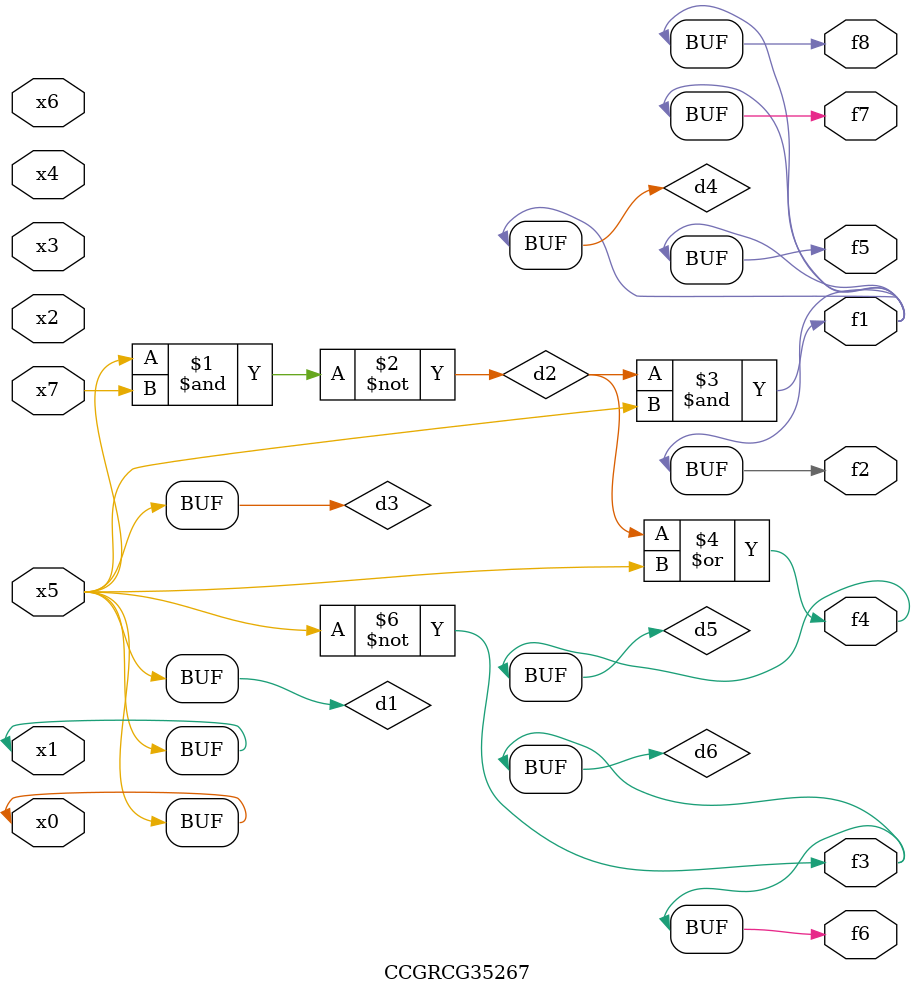
<source format=v>
module CCGRCG35267(
	input x0, x1, x2, x3, x4, x5, x6, x7,
	output f1, f2, f3, f4, f5, f6, f7, f8
);

	wire d1, d2, d3, d4, d5, d6;

	buf (d1, x0, x5);
	nand (d2, x5, x7);
	buf (d3, x0, x1);
	and (d4, d2, d3);
	or (d5, d2, d3);
	nor (d6, d1, d3);
	assign f1 = d4;
	assign f2 = d4;
	assign f3 = d6;
	assign f4 = d5;
	assign f5 = d4;
	assign f6 = d6;
	assign f7 = d4;
	assign f8 = d4;
endmodule

</source>
